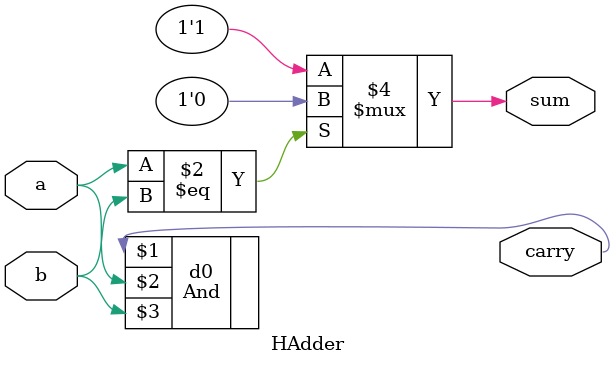
<source format=v>
`include "and.v"

module HAdder(output reg sum, carry, input a, b);
  And d0(carry, a, b);
  always @ (a, b) begin
    if (a == b) begin
      sum = 1'b0;
    end
    else
      sum = 1'b1;
  end
endmodule

</source>
